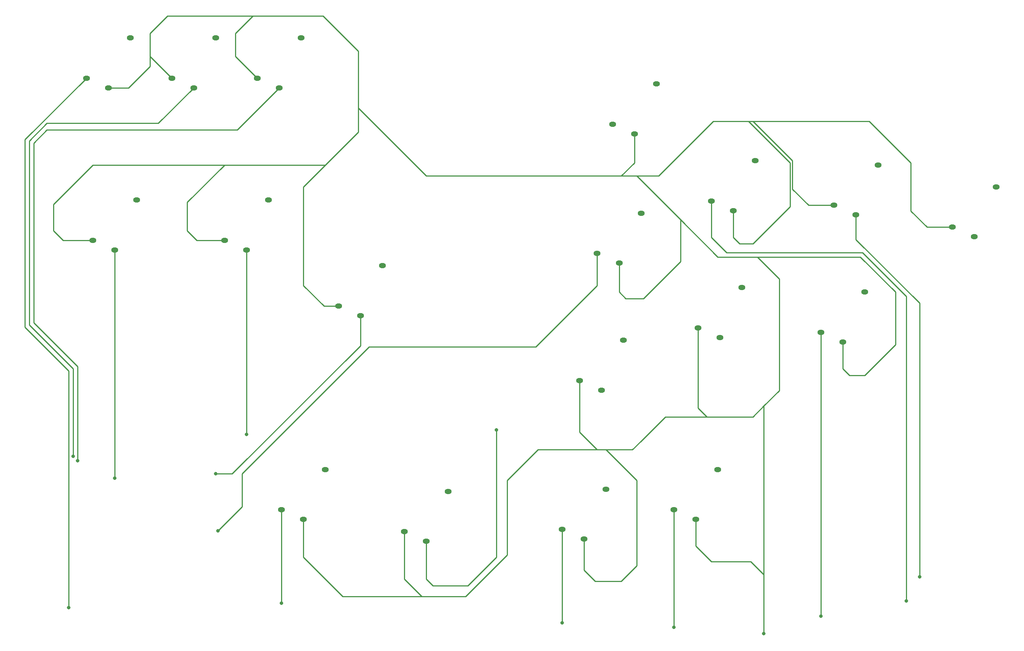
<source format=gbr>
%TF.GenerationSoftware,KiCad,Pcbnew,8.0.4*%
%TF.CreationDate,2024-09-01T11:28:24+09:00*%
%TF.ProjectId,nzx,6e7a782e-6b69-4636-9164-5f7063625858,rev?*%
%TF.SameCoordinates,Original*%
%TF.FileFunction,Copper,L2,Bot*%
%TF.FilePolarity,Positive*%
%FSLAX46Y46*%
G04 Gerber Fmt 4.6, Leading zero omitted, Abs format (unit mm)*
G04 Created by KiCad (PCBNEW 8.0.4) date 2024-09-01 11:28:24*
%MOMM*%
%LPD*%
G01*
G04 APERTURE LIST*
%TA.AperFunction,ComponentPad*%
%ADD10O,1.600000X1.200000*%
%TD*%
%TA.AperFunction,ViaPad*%
%ADD11C,0.800000*%
%TD*%
%TA.AperFunction,Conductor*%
%ADD12C,0.250000*%
%TD*%
G04 APERTURE END LIST*
D10*
%TO.P,R2(RB)1,MP*%
%TO.N,N/C*%
X241500000Y-44000000D03*
%TO.P,R2(RB)1,2,2*%
%TO.N,Net-(RZ1-GP8)*%
X236500000Y-55400000D03*
%TO.P,R2(RB)1,1,1*%
%TO.N,Net-(RZ1-GND)*%
X231500000Y-53200000D03*
%TD*%
%TO.P,L2(LB)1,1,1*%
%TO.N,Net-(RZ1-GND)*%
X204510000Y-48200000D03*
%TO.P,L2(LB)1,2,2*%
%TO.N,Net-(RZ1-GP9)*%
X209510000Y-50400000D03*
%TO.P,L2(LB)1,MP*%
%TO.N,N/C*%
X214510000Y-39000000D03*
%TD*%
%TO.P,B4(Y)1,1,1*%
%TO.N,Net-(RZ1-GP11)*%
X176500000Y-47200000D03*
%TO.P,B4(Y)1,2,2*%
%TO.N,Net-(RZ1-GND)*%
X181500000Y-49400000D03*
%TO.P,B4(Y)1,MP*%
%TO.N,N/C*%
X186500000Y-38000000D03*
%TD*%
%TO.P,R1(R)1,1,1*%
%TO.N,Net-(RZ1-GP12)*%
X154000000Y-29700000D03*
%TO.P,R1(R)1,2,2*%
%TO.N,Net-(RZ1-GND)*%
X159000000Y-31900000D03*
%TO.P,R1(R)1,MP*%
%TO.N,N/C*%
X164000000Y-20500000D03*
%TD*%
%TO.P,B3(X)1,1,1*%
%TO.N,Net-(RZ1-GP10)*%
X150500000Y-59200000D03*
%TO.P,B3(X)1,2,2*%
%TO.N,Net-(RZ1-GND)*%
X155500000Y-61400000D03*
%TO.P,B3(X)1,MP*%
%TO.N,N/C*%
X160500000Y-50000000D03*
%TD*%
%TO.P,L1(L)1,1,1*%
%TO.N,Net-(RZ1-GP13)*%
X201500000Y-77200000D03*
%TO.P,L1(L)1,2,2*%
%TO.N,Net-(RZ1-GND)*%
X206500000Y-79400000D03*
%TO.P,L1(L)1,MP*%
%TO.N,N/C*%
X211500000Y-68000000D03*
%TD*%
%TO.P,B2(B)1,1,1*%
%TO.N,Net-(RZ1-GND)*%
X173500000Y-76200000D03*
%TO.P,B2(B)1,2,2*%
%TO.N,Net-(RZ1-GP7)*%
X178500000Y-78400000D03*
%TO.P,B2(B)1,MP*%
%TO.N,N/C*%
X183500000Y-67000000D03*
%TD*%
%TO.P,B1(A)1,MP*%
%TO.N,N/C*%
X156500000Y-79000000D03*
%TO.P,B1(A)1,2,2*%
%TO.N,Net-(RZ1-GP6)*%
X151500000Y-90400000D03*
%TO.P,B1(A)1,1,1*%
%TO.N,Net-(RZ1-GND)*%
X146500000Y-88200000D03*
%TD*%
%TO.P,R3(RS)1,MP*%
%TO.N,N/C*%
X178000000Y-108500000D03*
%TO.P,R3(RS)1,2,2*%
%TO.N,Net-(RZ1-GND)*%
X173000000Y-119900000D03*
%TO.P,R3(RS)1,1,1*%
%TO.N,Net-(RZ1-GP27)*%
X168000000Y-117700000D03*
%TD*%
%TO.P,LEFT1,1,1*%
%TO.N,Net-(RZ1-GND)*%
X35500000Y-56200000D03*
%TO.P,LEFT1,2,2*%
%TO.N,Net-(RZ1-GP5)*%
X40500000Y-58400000D03*
%TO.P,LEFT1,MP*%
%TO.N,N/C*%
X45500000Y-47000000D03*
%TD*%
%TO.P,DOWN1,MP*%
%TO.N,N/C*%
X75500000Y-47000000D03*
%TO.P,DOWN1,2,2*%
%TO.N,Net-(RZ1-GP3)*%
X70500000Y-58400000D03*
%TO.P,DOWN1,1,1*%
%TO.N,Net-(RZ1-GND)*%
X65500000Y-56200000D03*
%TD*%
%TO.P,A1(GUIDE)1,MP*%
%TO.N,N/C*%
X88500000Y-108500000D03*
%TO.P,A1(GUIDE)1,2,2*%
%TO.N,Net-(RZ1-GND)*%
X83500000Y-119900000D03*
%TO.P,A1(GUIDE)1,1,1*%
%TO.N,Net-(RZ1-GP14)*%
X78500000Y-117700000D03*
%TD*%
%TO.P,RIGHT1,1,1*%
%TO.N,Net-(RZ1-GND)*%
X91500000Y-71200000D03*
%TO.P,RIGHT1,2,2*%
%TO.N,Net-(RZ1-GP4)*%
X96500000Y-73400000D03*
%TO.P,RIGHT1,MP*%
%TO.N,N/C*%
X101500000Y-62000000D03*
%TD*%
%TO.P,UP1,1,1*%
%TO.N,Net-(RZ1-GND)*%
X106500000Y-122700000D03*
%TO.P,UP1,2,2*%
%TO.N,Net-(RZ1-GP2)*%
X111500000Y-124900000D03*
%TO.P,UP1,MP*%
%TO.N,N/C*%
X116500000Y-113500000D03*
%TD*%
%TO.P,S2(START)1,1,1*%
%TO.N,Net-(RZ1-GND)*%
X73000000Y-19200000D03*
%TO.P,S2(START)1,2,2*%
%TO.N,Net-(RZ1-GP1)*%
X78000000Y-21400000D03*
%TO.P,S2(START)1,MP*%
%TO.N,N/C*%
X83000000Y-10000000D03*
%TD*%
%TO.P,S1(BACK)1,1,1*%
%TO.N,Net-(RZ1-GND)*%
X53500000Y-19200000D03*
%TO.P,S1(BACK)1,2,2*%
%TO.N,Net-(RZ1-GP0)*%
X58500000Y-21400000D03*
%TO.P,S1(BACK)1,MP*%
%TO.N,N/C*%
X63500000Y-10000000D03*
%TD*%
%TO.P,A2(CAPTURE)1,1,1*%
%TO.N,Net-(RZ1-GP15)*%
X34000000Y-19200000D03*
%TO.P,A2(CAPTURE)1,2,2*%
%TO.N,Net-(RZ1-GND)*%
X39000000Y-21400000D03*
%TO.P,A2(CAPTURE)1,MP*%
%TO.N,N/C*%
X44000000Y-10000000D03*
%TD*%
%TO.P,L3(LS)1,MP*%
%TO.N,N/C*%
X152500000Y-113000000D03*
%TO.P,L3(LS)1,2,2*%
%TO.N,Net-(RZ1-GND)*%
X147500000Y-124400000D03*
%TO.P,L3(LS)1,1,1*%
%TO.N,Net-(RZ1-GP26)*%
X142500000Y-122200000D03*
%TD*%
D11*
%TO.N,Net-(RZ1-GND)*%
X188500000Y-146000000D03*
%TO.N,Net-(RZ1-GP4)*%
X63500000Y-109500000D03*
%TO.N,Net-(RZ1-GP10)*%
X64000000Y-122500000D03*
%TO.N,Net-(RZ1-GP3)*%
X70500000Y-100500000D03*
%TO.N,Net-(RZ1-GP9)*%
X224000000Y-133000000D03*
%TO.N,Net-(RZ1-GP11)*%
X221000000Y-138500000D03*
%TO.N,Net-(RZ1-GP27)*%
X168000000Y-144500000D03*
%TO.N,Net-(RZ1-GP14)*%
X78500000Y-139000000D03*
%TO.N,Net-(RZ1-GP26)*%
X142500000Y-143500000D03*
%TO.N,Net-(RZ1-GP13)*%
X201500000Y-142000000D03*
%TO.N,Net-(RZ1-GP2)*%
X127500000Y-99500000D03*
%TO.N,Net-(RZ1-GP5)*%
X40500000Y-110500000D03*
%TO.N,Net-(RZ1-GP1)*%
X32000000Y-106500000D03*
%TO.N,Net-(RZ1-GP0)*%
X31000000Y-105500000D03*
%TO.N,Net-(RZ1-GP15)*%
X30000000Y-140000000D03*
%TD*%
D12*
%TO.N,Net-(RZ1-GND)*%
X206500000Y-79400000D02*
X206500000Y-85500000D01*
X208000000Y-87000000D02*
X211500000Y-87000000D01*
X211500000Y-87000000D02*
X218500000Y-80000000D01*
X218500000Y-80000000D02*
X218500000Y-68000000D01*
X206500000Y-85500000D02*
X208000000Y-87000000D01*
X218500000Y-68000000D02*
X210500000Y-60000000D01*
X210500000Y-60000000D02*
X187000000Y-60000000D01*
X35500000Y-56200000D02*
X28700000Y-56200000D01*
X35500000Y-39000000D02*
X65500000Y-39000000D01*
X28700000Y-56200000D02*
X26500000Y-54000000D01*
X26500000Y-48000000D02*
X35500000Y-39000000D01*
X26500000Y-54000000D02*
X26500000Y-48000000D01*
X65500000Y-39000000D02*
X57000000Y-47500000D01*
X57000000Y-47500000D02*
X57000000Y-54000000D01*
X59200000Y-56200000D02*
X65500000Y-56200000D01*
X57000000Y-54000000D02*
X59200000Y-56200000D01*
X169500000Y-51500000D02*
X159500000Y-41500000D01*
X181500000Y-49400000D02*
X181500000Y-55500000D01*
X181500000Y-55500000D02*
X183000000Y-57000000D01*
X183000000Y-57000000D02*
X186000000Y-57000000D01*
X186000000Y-57000000D02*
X194500000Y-48500000D01*
X194500000Y-48500000D02*
X194500000Y-38500000D01*
X194500000Y-38500000D02*
X185000000Y-29000000D01*
X155500000Y-61400000D02*
X155500000Y-68000000D01*
X161000000Y-69500000D02*
X169500000Y-61000000D01*
X155500000Y-68000000D02*
X157000000Y-69500000D01*
X157000000Y-69500000D02*
X161000000Y-69500000D01*
X169500000Y-61000000D02*
X169500000Y-51500000D01*
%TO.N,Net-(RZ1-GP9)*%
X224000000Y-133000000D02*
X224000000Y-70500000D01*
X209510000Y-56010000D02*
X209510000Y-50400000D01*
X224000000Y-70500000D02*
X209510000Y-56010000D01*
%TO.N,Net-(RZ1-GP11)*%
X221000000Y-138500000D02*
X221000000Y-69000000D01*
X221000000Y-69000000D02*
X211000000Y-59000000D01*
X211000000Y-59000000D02*
X180000000Y-59000000D01*
X180000000Y-59000000D02*
X176500000Y-55500000D01*
X176500000Y-55500000D02*
X176500000Y-47200000D01*
%TO.N,Net-(RZ1-GND)*%
X178000000Y-60000000D02*
X169500000Y-51500000D01*
%TO.N,Net-(RZ1-GP10)*%
X64000000Y-122500000D02*
X69500000Y-117000000D01*
X136500000Y-80500000D02*
X150500000Y-66500000D01*
X69500000Y-117000000D02*
X69500000Y-109500000D01*
X98500000Y-80500000D02*
X136500000Y-80500000D01*
X69500000Y-109500000D02*
X98500000Y-80500000D01*
X150500000Y-66500000D02*
X150500000Y-59200000D01*
%TO.N,Net-(RZ1-GP4)*%
X63500000Y-109500000D02*
X67250000Y-109500000D01*
X67250000Y-109500000D02*
X96500000Y-80250000D01*
X96500000Y-80250000D02*
X96500000Y-73400000D01*
%TO.N,Net-(RZ1-GND)*%
X96000000Y-26000000D02*
X96000000Y-13000000D01*
X96000000Y-13000000D02*
X88000000Y-5000000D01*
X88000000Y-5000000D02*
X72000000Y-5000000D01*
%TO.N,Net-(RZ1-GP1)*%
X32000000Y-106500000D02*
X32000000Y-85000000D01*
X32000000Y-85000000D02*
X22000000Y-75000000D01*
X22000000Y-75000000D02*
X22000000Y-34000000D01*
X22000000Y-34000000D02*
X25000000Y-31000000D01*
X25000000Y-31000000D02*
X68400000Y-31000000D01*
X68400000Y-31000000D02*
X78000000Y-21400000D01*
%TO.N,Net-(RZ1-GP0)*%
X31000000Y-85500000D02*
X21000000Y-75500000D01*
X21000000Y-75500000D02*
X21000000Y-33500000D01*
X25000000Y-29500000D02*
X50400000Y-29500000D01*
X31000000Y-105500000D02*
X31000000Y-85500000D01*
X21000000Y-33500000D02*
X25000000Y-29500000D01*
X50400000Y-29500000D02*
X58500000Y-21400000D01*
%TO.N,Net-(RZ1-GND)*%
X96000000Y-31500000D02*
X96000000Y-26000000D01*
X156000000Y-41500000D02*
X111500000Y-41500000D01*
X111500000Y-41500000D02*
X96000000Y-26000000D01*
X88500000Y-39000000D02*
X96000000Y-31500000D01*
X147500000Y-124400000D02*
X147500000Y-131500000D01*
X147500000Y-131500000D02*
X150000000Y-134000000D01*
X150000000Y-134000000D02*
X156000000Y-134000000D01*
X156000000Y-134000000D02*
X159500000Y-130500000D01*
X159500000Y-130500000D02*
X159500000Y-111000000D01*
X159500000Y-111000000D02*
X152500000Y-104000000D01*
%TO.N,Net-(RZ1-GP2)*%
X111500000Y-124900000D02*
X111500000Y-133500000D01*
X111500000Y-133500000D02*
X113000000Y-135000000D01*
X113000000Y-135000000D02*
X121000000Y-135000000D01*
X121000000Y-135000000D02*
X127500000Y-128500000D01*
X127500000Y-128500000D02*
X127500000Y-99500000D01*
%TO.N,Net-(RZ1-GND)*%
X188500000Y-146000000D02*
X188500000Y-132500000D01*
X173000000Y-119900000D02*
X173000000Y-126000000D01*
X173000000Y-126000000D02*
X176500000Y-129500000D01*
X176500000Y-129500000D02*
X185500000Y-129500000D01*
X188500000Y-132500000D02*
X188500000Y-122500000D01*
X185500000Y-129500000D02*
X188500000Y-132500000D01*
X188500000Y-94000000D02*
X192000000Y-90500000D01*
X192000000Y-90500000D02*
X192000000Y-65000000D01*
X192000000Y-65000000D02*
X187000000Y-60000000D01*
X187000000Y-60000000D02*
X178000000Y-60000000D01*
X204510000Y-48200000D02*
X198700000Y-48200000D01*
X195000000Y-44500000D02*
X195000000Y-38000000D01*
X198700000Y-48200000D02*
X195000000Y-44500000D01*
X195000000Y-38000000D02*
X186000000Y-29000000D01*
%TO.N,Net-(RZ1-GP27)*%
X168000000Y-144500000D02*
X168000000Y-117700000D01*
%TO.N,Net-(RZ1-GP26)*%
X142500000Y-143500000D02*
X142500000Y-122200000D01*
%TO.N,Net-(RZ1-GP13)*%
X201500000Y-142000000D02*
X201500000Y-77200000D01*
%TO.N,Net-(RZ1-GND)*%
X188500000Y-122500000D02*
X188500000Y-94000000D01*
X186000000Y-96500000D02*
X188500000Y-94000000D01*
%TO.N,Net-(RZ1-GP3)*%
X70500000Y-100500000D02*
X70500000Y-58400000D01*
%TO.N,Net-(RZ1-GP15)*%
X20000000Y-33200000D02*
X34000000Y-19200000D01*
X30000000Y-140000000D02*
X30000000Y-86000000D01*
X30000000Y-86000000D02*
X20000000Y-76000000D01*
X20000000Y-76000000D02*
X20000000Y-33200000D01*
%TO.N,Net-(RZ1-GP14)*%
X78500000Y-139000000D02*
X78500000Y-117700000D01*
%TO.N,Net-(RZ1-GP5)*%
X40500000Y-110500000D02*
X40500000Y-58400000D01*
%TO.N,Net-(RZ1-GND)*%
X150500000Y-104000000D02*
X152500000Y-104000000D01*
X152500000Y-104000000D02*
X158500000Y-104000000D01*
X88500000Y-39000000D02*
X83500000Y-44000000D01*
X83500000Y-44000000D02*
X83500000Y-66500000D01*
X83500000Y-66500000D02*
X88200000Y-71200000D01*
X88200000Y-71200000D02*
X91500000Y-71200000D01*
X156000000Y-41500000D02*
X159500000Y-41500000D01*
X159500000Y-41500000D02*
X162000000Y-41500000D01*
X186000000Y-29000000D02*
X212500000Y-29000000D01*
X212500000Y-29000000D02*
X222000000Y-38500000D01*
X222000000Y-38500000D02*
X222000000Y-49500000D01*
X225700000Y-53200000D02*
X231500000Y-53200000D01*
X222000000Y-49500000D02*
X225700000Y-53200000D01*
X177000000Y-29000000D02*
X186000000Y-29000000D01*
X137000000Y-104000000D02*
X150500000Y-104000000D01*
X146500000Y-100000000D02*
X150500000Y-104000000D01*
X146500000Y-88200000D02*
X146500000Y-100000000D01*
X110500000Y-137500000D02*
X120500000Y-137500000D01*
X120500000Y-137500000D02*
X130000000Y-128000000D01*
X158500000Y-104000000D02*
X160500000Y-102000000D01*
X130000000Y-128000000D02*
X130000000Y-111000000D01*
X130000000Y-111000000D02*
X137000000Y-104000000D01*
X160500000Y-102000000D02*
X166000000Y-96500000D01*
X166000000Y-96500000D02*
X175500000Y-96500000D01*
X175500000Y-96500000D02*
X186000000Y-96500000D01*
X175500000Y-96500000D02*
X173500000Y-94500000D01*
X173500000Y-94500000D02*
X173500000Y-76200000D01*
X92500000Y-137500000D02*
X110500000Y-137500000D01*
X106500000Y-122700000D02*
X106500000Y-133500000D01*
X106500000Y-133500000D02*
X110500000Y-137500000D01*
X83500000Y-119900000D02*
X83500000Y-128500000D01*
X83500000Y-128500000D02*
X92500000Y-137500000D01*
X162000000Y-41500000D02*
X164500000Y-41500000D01*
X159000000Y-31900000D02*
X159000000Y-38500000D01*
X159000000Y-38500000D02*
X156000000Y-41500000D01*
X164500000Y-41500000D02*
X177000000Y-29000000D01*
X65500000Y-39000000D02*
X88500000Y-39000000D01*
X52500000Y-5000000D02*
X72000000Y-5000000D01*
X68000000Y-14200000D02*
X73000000Y-19200000D01*
X72000000Y-5000000D02*
X68000000Y-9000000D01*
X68000000Y-9000000D02*
X68000000Y-14200000D01*
X48500000Y-14000000D02*
X48500000Y-9000000D01*
X48500000Y-9000000D02*
X52500000Y-5000000D01*
X48500000Y-16500000D02*
X48500000Y-14000000D01*
X48500000Y-14200000D02*
X48500000Y-14000000D01*
X53500000Y-19200000D02*
X48500000Y-14200000D01*
X43600000Y-21400000D02*
X48500000Y-16500000D01*
X39000000Y-21400000D02*
X43600000Y-21400000D01*
%TD*%
M02*

</source>
